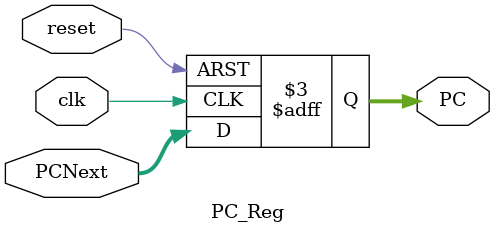
<source format=v>
module PC_Reg(
    input [31:0] PCNext,
    input clk,
    input reset, //Asynchronous
    output reg [31:0] PC
);
    reg signed [3:0] num;

    // initial begin
    //     num = -2;
    //     $display("NUM = %d", num);
    // end
    


always@(posedge clk or negedge reset) begin
    if(!reset) begin
        PC <= 0;
    end
    else begin
        PC <= PCNext;
    end
    
end

endmodule
</source>
